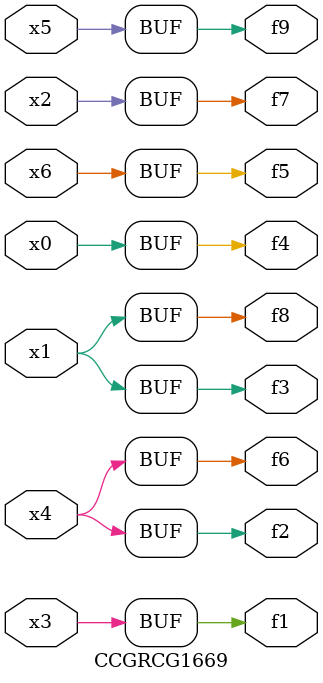
<source format=v>
module CCGRCG1669(
	input x0, x1, x2, x3, x4, x5, x6,
	output f1, f2, f3, f4, f5, f6, f7, f8, f9
);
	assign f1 = x3;
	assign f2 = x4;
	assign f3 = x1;
	assign f4 = x0;
	assign f5 = x6;
	assign f6 = x4;
	assign f7 = x2;
	assign f8 = x1;
	assign f9 = x5;
endmodule

</source>
